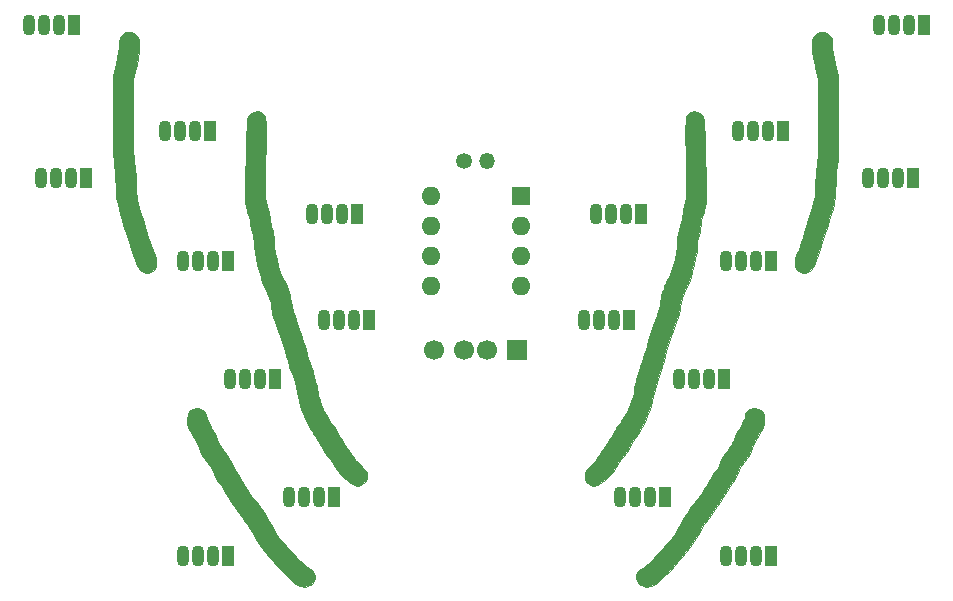
<source format=gbs>
G04 #@! TF.FileFunction,Soldermask,Bot*
%FSLAX46Y46*%
G04 Gerber Fmt 4.6, Leading zero omitted, Abs format (unit mm)*
G04 Created by KiCad (PCBNEW 4.0.7) date Thursday, October 10, 2019 'PMt' 09:44:52 PM*
%MOMM*%
%LPD*%
G01*
G04 APERTURE LIST*
%ADD10C,0.100000*%
%ADD11C,0.010000*%
%ADD12R,1.700000X1.700000*%
%ADD13C,1.700000*%
%ADD14R,1.070000X1.800000*%
%ADD15O,1.070000X1.800000*%
%ADD16C,1.350000*%
%ADD17O,1.350000X1.350000*%
%ADD18R,1.600000X1.600000*%
%ADD19O,1.600000X1.600000*%
G04 APERTURE END LIST*
D10*
D11*
G36*
X123309714Y-115268952D02*
X123056470Y-115448835D01*
X122902571Y-115697683D01*
X122875673Y-115864103D01*
X122835828Y-115994488D01*
X122727997Y-116234144D01*
X122569736Y-116546206D01*
X122420657Y-116819582D01*
X122220162Y-117189903D01*
X122041919Y-117543588D01*
X121909560Y-117832438D01*
X121857586Y-117967973D01*
X121738066Y-118225562D01*
X121548586Y-118519444D01*
X121414783Y-118687640D01*
X121091225Y-119116767D01*
X120814442Y-119596780D01*
X120631548Y-120042307D01*
X120534313Y-120241307D01*
X120372752Y-120473783D01*
X120323619Y-120532805D01*
X120155536Y-120759337D01*
X119963831Y-121067059D01*
X119817059Y-121337138D01*
X119641501Y-121659605D01*
X119427796Y-122011230D01*
X119200632Y-122355860D01*
X118984695Y-122657337D01*
X118804673Y-122879508D01*
X118694308Y-122981455D01*
X118600610Y-123081731D01*
X118441750Y-123298016D01*
X118237380Y-123599756D01*
X118007151Y-123956395D01*
X117770714Y-124337379D01*
X117547720Y-124712155D01*
X117357821Y-125050169D01*
X117328565Y-125104948D01*
X117124894Y-125471276D01*
X116913907Y-125804224D01*
X116670640Y-126136582D01*
X116370127Y-126501142D01*
X115987402Y-126930697D01*
X115709565Y-127231504D01*
X115427123Y-127537125D01*
X115144779Y-127846796D01*
X114914432Y-128103504D01*
X114873617Y-128149800D01*
X114620189Y-128390726D01*
X114331267Y-128598014D01*
X114194133Y-128671002D01*
X113877280Y-128858577D01*
X113703569Y-129094226D01*
X113647222Y-129414197D01*
X113647006Y-129440307D01*
X113705037Y-129791083D01*
X113890991Y-130043569D01*
X114068645Y-130159097D01*
X114479506Y-130280438D01*
X114914066Y-130240789D01*
X115344930Y-130045432D01*
X115521513Y-129904999D01*
X115784797Y-129661083D01*
X116111006Y-129338531D01*
X116476366Y-128962190D01*
X116857102Y-128556909D01*
X117229438Y-128147534D01*
X117569598Y-127758913D01*
X117816691Y-127462207D01*
X118191505Y-126963102D01*
X118557393Y-126415793D01*
X118848937Y-125921098D01*
X119140660Y-125401968D01*
X119418083Y-124962513D01*
X119730482Y-124525467D01*
X119785340Y-124452792D01*
X120179272Y-123926519D01*
X120491361Y-123490370D01*
X120748498Y-123104665D01*
X120977578Y-122729721D01*
X121110377Y-122497640D01*
X121322008Y-122145473D01*
X121553748Y-121799068D01*
X121760197Y-121525762D01*
X121786207Y-121495199D01*
X122037148Y-121133295D01*
X122220379Y-120730531D01*
X122237442Y-120675892D01*
X122458542Y-120185955D01*
X122791862Y-119731000D01*
X123042160Y-119399497D01*
X123260459Y-119040318D01*
X123384441Y-118772307D01*
X123495018Y-118485498D01*
X123599236Y-118242801D01*
X123652111Y-118137307D01*
X123976072Y-117561250D01*
X124211419Y-117099469D01*
X124368002Y-116728478D01*
X124455673Y-116424790D01*
X124484283Y-116164918D01*
X124484340Y-116153085D01*
X124434036Y-115729209D01*
X124278115Y-115430388D01*
X124009065Y-115243659D01*
X123943237Y-115219353D01*
X123619552Y-115183852D01*
X123309714Y-115268952D01*
X123309714Y-115268952D01*
G37*
X123309714Y-115268952D02*
X123056470Y-115448835D01*
X122902571Y-115697683D01*
X122875673Y-115864103D01*
X122835828Y-115994488D01*
X122727997Y-116234144D01*
X122569736Y-116546206D01*
X122420657Y-116819582D01*
X122220162Y-117189903D01*
X122041919Y-117543588D01*
X121909560Y-117832438D01*
X121857586Y-117967973D01*
X121738066Y-118225562D01*
X121548586Y-118519444D01*
X121414783Y-118687640D01*
X121091225Y-119116767D01*
X120814442Y-119596780D01*
X120631548Y-120042307D01*
X120534313Y-120241307D01*
X120372752Y-120473783D01*
X120323619Y-120532805D01*
X120155536Y-120759337D01*
X119963831Y-121067059D01*
X119817059Y-121337138D01*
X119641501Y-121659605D01*
X119427796Y-122011230D01*
X119200632Y-122355860D01*
X118984695Y-122657337D01*
X118804673Y-122879508D01*
X118694308Y-122981455D01*
X118600610Y-123081731D01*
X118441750Y-123298016D01*
X118237380Y-123599756D01*
X118007151Y-123956395D01*
X117770714Y-124337379D01*
X117547720Y-124712155D01*
X117357821Y-125050169D01*
X117328565Y-125104948D01*
X117124894Y-125471276D01*
X116913907Y-125804224D01*
X116670640Y-126136582D01*
X116370127Y-126501142D01*
X115987402Y-126930697D01*
X115709565Y-127231504D01*
X115427123Y-127537125D01*
X115144779Y-127846796D01*
X114914432Y-128103504D01*
X114873617Y-128149800D01*
X114620189Y-128390726D01*
X114331267Y-128598014D01*
X114194133Y-128671002D01*
X113877280Y-128858577D01*
X113703569Y-129094226D01*
X113647222Y-129414197D01*
X113647006Y-129440307D01*
X113705037Y-129791083D01*
X113890991Y-130043569D01*
X114068645Y-130159097D01*
X114479506Y-130280438D01*
X114914066Y-130240789D01*
X115344930Y-130045432D01*
X115521513Y-129904999D01*
X115784797Y-129661083D01*
X116111006Y-129338531D01*
X116476366Y-128962190D01*
X116857102Y-128556909D01*
X117229438Y-128147534D01*
X117569598Y-127758913D01*
X117816691Y-127462207D01*
X118191505Y-126963102D01*
X118557393Y-126415793D01*
X118848937Y-125921098D01*
X119140660Y-125401968D01*
X119418083Y-124962513D01*
X119730482Y-124525467D01*
X119785340Y-124452792D01*
X120179272Y-123926519D01*
X120491361Y-123490370D01*
X120748498Y-123104665D01*
X120977578Y-122729721D01*
X121110377Y-122497640D01*
X121322008Y-122145473D01*
X121553748Y-121799068D01*
X121760197Y-121525762D01*
X121786207Y-121495199D01*
X122037148Y-121133295D01*
X122220379Y-120730531D01*
X122237442Y-120675892D01*
X122458542Y-120185955D01*
X122791862Y-119731000D01*
X123042160Y-119399497D01*
X123260459Y-119040318D01*
X123384441Y-118772307D01*
X123495018Y-118485498D01*
X123599236Y-118242801D01*
X123652111Y-118137307D01*
X123976072Y-117561250D01*
X124211419Y-117099469D01*
X124368002Y-116728478D01*
X124455673Y-116424790D01*
X124484283Y-116164918D01*
X124484340Y-116153085D01*
X124434036Y-115729209D01*
X124278115Y-115430388D01*
X124009065Y-115243659D01*
X123943237Y-115219353D01*
X123619552Y-115183852D01*
X123309714Y-115268952D01*
G36*
X118345681Y-90070414D02*
X118211515Y-90115789D01*
X118100780Y-90165464D01*
X118011526Y-90234843D01*
X117941799Y-90339333D01*
X117889648Y-90494339D01*
X117853119Y-90715266D01*
X117830261Y-91017519D01*
X117819121Y-91416504D01*
X117817746Y-91927625D01*
X117824185Y-92566290D01*
X117836485Y-93347902D01*
X117847731Y-93999566D01*
X117862057Y-94863550D01*
X117872073Y-95575038D01*
X117877435Y-96150820D01*
X117877798Y-96607690D01*
X117872818Y-96962436D01*
X117862150Y-97231851D01*
X117845448Y-97432726D01*
X117822370Y-97581851D01*
X117792570Y-97696018D01*
X117770615Y-97756488D01*
X117678678Y-98051130D01*
X117603833Y-98402150D01*
X117582690Y-98549800D01*
X117489153Y-99187505D01*
X117365263Y-99759016D01*
X117238611Y-100168520D01*
X117175760Y-100422796D01*
X117132234Y-100766055D01*
X117118340Y-101077077D01*
X117089537Y-101497714D01*
X117010674Y-102008378D01*
X116893073Y-102564891D01*
X116748054Y-103123075D01*
X116586938Y-103638755D01*
X116421046Y-104067751D01*
X116284227Y-104332049D01*
X116138991Y-104581979D01*
X116042177Y-104790290D01*
X116017673Y-104884710D01*
X115971398Y-105058208D01*
X115901703Y-105185634D01*
X115830875Y-105359264D01*
X115769053Y-105633260D01*
X115738823Y-105860640D01*
X115698566Y-106171308D01*
X115628849Y-106513139D01*
X115522010Y-106913173D01*
X115370388Y-107398452D01*
X115166319Y-107996016D01*
X115007139Y-108442973D01*
X114840720Y-108925160D01*
X114671375Y-109449640D01*
X114522717Y-109941709D01*
X114445155Y-110220973D01*
X114333510Y-110615119D01*
X114213577Y-110989140D01*
X114104799Y-111284058D01*
X114064571Y-111375449D01*
X113950138Y-111672205D01*
X113851903Y-112027842D01*
X113818957Y-112194559D01*
X113750695Y-112511579D01*
X113661052Y-112801092D01*
X113610152Y-112919712D01*
X113522986Y-113174843D01*
X113476211Y-113479146D01*
X113473957Y-113539935D01*
X113438115Y-113869868D01*
X113355117Y-114201872D01*
X113340358Y-114242640D01*
X113234218Y-114531521D01*
X113114961Y-114873160D01*
X113065374Y-115020822D01*
X112958053Y-115299792D01*
X112843276Y-115529621D01*
X112785505Y-115613488D01*
X112663258Y-115784947D01*
X112520939Y-116028031D01*
X112477726Y-116110971D01*
X112342659Y-116347024D01*
X112211027Y-116526848D01*
X112173285Y-116564380D01*
X112043676Y-116713734D01*
X111908869Y-116926912D01*
X111902063Y-116939716D01*
X111762721Y-117204783D01*
X111614652Y-117485988D01*
X111606050Y-117502307D01*
X111471310Y-117730548D01*
X111279736Y-118022942D01*
X111110101Y-118264307D01*
X110902122Y-118562187D01*
X110709065Y-118860018D01*
X110596615Y-119050784D01*
X110452637Y-119259800D01*
X110224232Y-119530596D01*
X109954275Y-119813291D01*
X109877723Y-119887175D01*
X109562615Y-120207652D01*
X109370321Y-120461941D01*
X109281534Y-120675912D01*
X109278779Y-120689608D01*
X109280890Y-121069471D01*
X109420731Y-121390020D01*
X109673831Y-121620606D01*
X110015723Y-121730582D01*
X110113887Y-121735640D01*
X110297868Y-121706987D01*
X110506728Y-121607748D01*
X110776486Y-121417996D01*
X110972613Y-121260621D01*
X111270673Y-120991511D01*
X111543761Y-120704601D01*
X111742152Y-120453072D01*
X111772253Y-120405366D01*
X111920218Y-120171969D01*
X112136073Y-119853702D01*
X112385407Y-119500633D01*
X112536787Y-119292884D01*
X112780084Y-118949751D01*
X112999075Y-118616347D01*
X113163639Y-118339764D01*
X113226210Y-118214963D01*
X113376251Y-117932578D01*
X113558232Y-117673819D01*
X113595596Y-117631100D01*
X113738526Y-117458589D01*
X113813201Y-117332763D01*
X113816340Y-117316543D01*
X113859680Y-117211628D01*
X113973270Y-117010194D01*
X114131520Y-116757406D01*
X114367568Y-116333770D01*
X114602297Y-115804814D01*
X114811403Y-115232982D01*
X114970582Y-114680720D01*
X115011401Y-114496640D01*
X115145325Y-113883259D01*
X115301411Y-113260052D01*
X115466333Y-112675209D01*
X115626761Y-112176920D01*
X115725582Y-111914307D01*
X115838910Y-111603279D01*
X115964431Y-111204218D01*
X116078083Y-110794494D01*
X116095911Y-110723600D01*
X116203710Y-110325251D01*
X116348573Y-109842136D01*
X116507885Y-109347956D01*
X116602486Y-109072600D01*
X116841874Y-108391722D01*
X117028157Y-107849737D01*
X117167317Y-107426844D01*
X117265333Y-107103246D01*
X117328186Y-106859143D01*
X117361854Y-106674735D01*
X117372318Y-106530224D01*
X117372340Y-106523675D01*
X117412636Y-106241849D01*
X117521773Y-105864185D01*
X117682121Y-105440439D01*
X117876051Y-105020364D01*
X117962201Y-104858914D01*
X118103521Y-104545129D01*
X118255387Y-104106099D01*
X118407335Y-103584602D01*
X118548899Y-103023419D01*
X118669615Y-102465329D01*
X118759018Y-101953112D01*
X118806644Y-101529546D01*
X118811673Y-101386304D01*
X118832617Y-101021612D01*
X118887465Y-100685849D01*
X118941846Y-100505988D01*
X119022639Y-100243191D01*
X119090124Y-99903433D01*
X119117676Y-99683207D01*
X119168417Y-99340820D01*
X119258362Y-98926813D01*
X119368429Y-98528551D01*
X119373011Y-98514088D01*
X119431895Y-98326017D01*
X119478231Y-98158269D01*
X119513131Y-97988734D01*
X119537707Y-97795301D01*
X119553071Y-97555862D01*
X119560334Y-97248305D01*
X119560609Y-96850521D01*
X119555007Y-96340399D01*
X119544641Y-95695830D01*
X119536932Y-95254421D01*
X119517040Y-94198353D01*
X119497030Y-93299850D01*
X119476317Y-92547146D01*
X119454317Y-91928473D01*
X119430445Y-91432065D01*
X119404117Y-91046154D01*
X119374748Y-90758974D01*
X119341756Y-90558757D01*
X119304554Y-90433736D01*
X119296725Y-90417047D01*
X119093605Y-90189823D01*
X118797229Y-90057446D01*
X118467045Y-90041584D01*
X118345681Y-90070414D01*
X118345681Y-90070414D01*
G37*
X118345681Y-90070414D02*
X118211515Y-90115789D01*
X118100780Y-90165464D01*
X118011526Y-90234843D01*
X117941799Y-90339333D01*
X117889648Y-90494339D01*
X117853119Y-90715266D01*
X117830261Y-91017519D01*
X117819121Y-91416504D01*
X117817746Y-91927625D01*
X117824185Y-92566290D01*
X117836485Y-93347902D01*
X117847731Y-93999566D01*
X117862057Y-94863550D01*
X117872073Y-95575038D01*
X117877435Y-96150820D01*
X117877798Y-96607690D01*
X117872818Y-96962436D01*
X117862150Y-97231851D01*
X117845448Y-97432726D01*
X117822370Y-97581851D01*
X117792570Y-97696018D01*
X117770615Y-97756488D01*
X117678678Y-98051130D01*
X117603833Y-98402150D01*
X117582690Y-98549800D01*
X117489153Y-99187505D01*
X117365263Y-99759016D01*
X117238611Y-100168520D01*
X117175760Y-100422796D01*
X117132234Y-100766055D01*
X117118340Y-101077077D01*
X117089537Y-101497714D01*
X117010674Y-102008378D01*
X116893073Y-102564891D01*
X116748054Y-103123075D01*
X116586938Y-103638755D01*
X116421046Y-104067751D01*
X116284227Y-104332049D01*
X116138991Y-104581979D01*
X116042177Y-104790290D01*
X116017673Y-104884710D01*
X115971398Y-105058208D01*
X115901703Y-105185634D01*
X115830875Y-105359264D01*
X115769053Y-105633260D01*
X115738823Y-105860640D01*
X115698566Y-106171308D01*
X115628849Y-106513139D01*
X115522010Y-106913173D01*
X115370388Y-107398452D01*
X115166319Y-107996016D01*
X115007139Y-108442973D01*
X114840720Y-108925160D01*
X114671375Y-109449640D01*
X114522717Y-109941709D01*
X114445155Y-110220973D01*
X114333510Y-110615119D01*
X114213577Y-110989140D01*
X114104799Y-111284058D01*
X114064571Y-111375449D01*
X113950138Y-111672205D01*
X113851903Y-112027842D01*
X113818957Y-112194559D01*
X113750695Y-112511579D01*
X113661052Y-112801092D01*
X113610152Y-112919712D01*
X113522986Y-113174843D01*
X113476211Y-113479146D01*
X113473957Y-113539935D01*
X113438115Y-113869868D01*
X113355117Y-114201872D01*
X113340358Y-114242640D01*
X113234218Y-114531521D01*
X113114961Y-114873160D01*
X113065374Y-115020822D01*
X112958053Y-115299792D01*
X112843276Y-115529621D01*
X112785505Y-115613488D01*
X112663258Y-115784947D01*
X112520939Y-116028031D01*
X112477726Y-116110971D01*
X112342659Y-116347024D01*
X112211027Y-116526848D01*
X112173285Y-116564380D01*
X112043676Y-116713734D01*
X111908869Y-116926912D01*
X111902063Y-116939716D01*
X111762721Y-117204783D01*
X111614652Y-117485988D01*
X111606050Y-117502307D01*
X111471310Y-117730548D01*
X111279736Y-118022942D01*
X111110101Y-118264307D01*
X110902122Y-118562187D01*
X110709065Y-118860018D01*
X110596615Y-119050784D01*
X110452637Y-119259800D01*
X110224232Y-119530596D01*
X109954275Y-119813291D01*
X109877723Y-119887175D01*
X109562615Y-120207652D01*
X109370321Y-120461941D01*
X109281534Y-120675912D01*
X109278779Y-120689608D01*
X109280890Y-121069471D01*
X109420731Y-121390020D01*
X109673831Y-121620606D01*
X110015723Y-121730582D01*
X110113887Y-121735640D01*
X110297868Y-121706987D01*
X110506728Y-121607748D01*
X110776486Y-121417996D01*
X110972613Y-121260621D01*
X111270673Y-120991511D01*
X111543761Y-120704601D01*
X111742152Y-120453072D01*
X111772253Y-120405366D01*
X111920218Y-120171969D01*
X112136073Y-119853702D01*
X112385407Y-119500633D01*
X112536787Y-119292884D01*
X112780084Y-118949751D01*
X112999075Y-118616347D01*
X113163639Y-118339764D01*
X113226210Y-118214963D01*
X113376251Y-117932578D01*
X113558232Y-117673819D01*
X113595596Y-117631100D01*
X113738526Y-117458589D01*
X113813201Y-117332763D01*
X113816340Y-117316543D01*
X113859680Y-117211628D01*
X113973270Y-117010194D01*
X114131520Y-116757406D01*
X114367568Y-116333770D01*
X114602297Y-115804814D01*
X114811403Y-115232982D01*
X114970582Y-114680720D01*
X115011401Y-114496640D01*
X115145325Y-113883259D01*
X115301411Y-113260052D01*
X115466333Y-112675209D01*
X115626761Y-112176920D01*
X115725582Y-111914307D01*
X115838910Y-111603279D01*
X115964431Y-111204218D01*
X116078083Y-110794494D01*
X116095911Y-110723600D01*
X116203710Y-110325251D01*
X116348573Y-109842136D01*
X116507885Y-109347956D01*
X116602486Y-109072600D01*
X116841874Y-108391722D01*
X117028157Y-107849737D01*
X117167317Y-107426844D01*
X117265333Y-107103246D01*
X117328186Y-106859143D01*
X117361854Y-106674735D01*
X117372318Y-106530224D01*
X117372340Y-106523675D01*
X117412636Y-106241849D01*
X117521773Y-105864185D01*
X117682121Y-105440439D01*
X117876051Y-105020364D01*
X117962201Y-104858914D01*
X118103521Y-104545129D01*
X118255387Y-104106099D01*
X118407335Y-103584602D01*
X118548899Y-103023419D01*
X118669615Y-102465329D01*
X118759018Y-101953112D01*
X118806644Y-101529546D01*
X118811673Y-101386304D01*
X118832617Y-101021612D01*
X118887465Y-100685849D01*
X118941846Y-100505988D01*
X119022639Y-100243191D01*
X119090124Y-99903433D01*
X119117676Y-99683207D01*
X119168417Y-99340820D01*
X119258362Y-98926813D01*
X119368429Y-98528551D01*
X119373011Y-98514088D01*
X119431895Y-98326017D01*
X119478231Y-98158269D01*
X119513131Y-97988734D01*
X119537707Y-97795301D01*
X119553071Y-97555862D01*
X119560334Y-97248305D01*
X119560609Y-96850521D01*
X119555007Y-96340399D01*
X119544641Y-95695830D01*
X119536932Y-95254421D01*
X119517040Y-94198353D01*
X119497030Y-93299850D01*
X119476317Y-92547146D01*
X119454317Y-91928473D01*
X119430445Y-91432065D01*
X119404117Y-91046154D01*
X119374748Y-90758974D01*
X119341756Y-90558757D01*
X119304554Y-90433736D01*
X119296725Y-90417047D01*
X119093605Y-90189823D01*
X118797229Y-90057446D01*
X118467045Y-90041584D01*
X118345681Y-90070414D01*
G36*
X128986807Y-83409716D02*
X128726040Y-83643795D01*
X128642916Y-83778240D01*
X128568032Y-84050991D01*
X128544112Y-84453364D01*
X128569207Y-84954131D01*
X128641363Y-85522061D01*
X128758632Y-86125924D01*
X128800634Y-86302640D01*
X129052461Y-87318640D01*
X129052930Y-90705307D01*
X129051742Y-91618403D01*
X129047549Y-92378920D01*
X129039827Y-93003596D01*
X129028049Y-93509165D01*
X129011690Y-93912364D01*
X128990223Y-94229930D01*
X128963122Y-94478599D01*
X128929861Y-94675108D01*
X128927870Y-94684608D01*
X128873366Y-95037408D01*
X128831303Y-95495663D01*
X128806674Y-95995658D01*
X128802340Y-96287268D01*
X128800195Y-96652052D01*
X128789340Y-96954872D01*
X128763144Y-97228940D01*
X128714973Y-97507466D01*
X128638197Y-97823664D01*
X128526184Y-98210744D01*
X128372302Y-98701918D01*
X128234773Y-99129640D01*
X128125393Y-99479285D01*
X128028935Y-99806639D01*
X127964817Y-100045599D01*
X127961189Y-100060973D01*
X127879859Y-100365669D01*
X127765968Y-100733702D01*
X127636221Y-101117099D01*
X127507324Y-101467885D01*
X127395982Y-101738086D01*
X127336348Y-101855346D01*
X127185647Y-102188490D01*
X127093858Y-102574486D01*
X127073476Y-102941755D01*
X127109751Y-103153562D01*
X127286736Y-103457096D01*
X127553560Y-103643814D01*
X127869359Y-103704557D01*
X128193267Y-103630166D01*
X128445395Y-103452893D01*
X128636174Y-103207549D01*
X128798246Y-102910118D01*
X128826732Y-102839059D01*
X129128434Y-101988299D01*
X129417864Y-101134504D01*
X129674816Y-100338156D01*
X129811383Y-99891640D01*
X130009146Y-99226210D01*
X130164495Y-98695432D01*
X130282902Y-98271538D01*
X130369837Y-97926758D01*
X130430769Y-97633323D01*
X130471168Y-97363463D01*
X130496506Y-97089408D01*
X130512250Y-96783390D01*
X130523872Y-96417638D01*
X130528520Y-96250973D01*
X130547295Y-95771380D01*
X130574437Y-95329326D01*
X130606891Y-94962914D01*
X130641601Y-94710246D01*
X130657436Y-94642865D01*
X130683580Y-94468081D01*
X130705470Y-94126692D01*
X130723044Y-93621374D01*
X130736239Y-92954804D01*
X130744993Y-92129658D01*
X130749245Y-91148612D01*
X130749673Y-90676939D01*
X130749673Y-87006787D01*
X130495673Y-85992671D01*
X130391814Y-85534417D01*
X130308898Y-85084817D01*
X130256089Y-84698766D01*
X130241673Y-84470864D01*
X130226158Y-84162760D01*
X130186127Y-83900078D01*
X130147097Y-83778240D01*
X129919205Y-83490383D01*
X129623271Y-83333010D01*
X129299178Y-83306121D01*
X128986807Y-83409716D01*
X128986807Y-83409716D01*
G37*
X128986807Y-83409716D02*
X128726040Y-83643795D01*
X128642916Y-83778240D01*
X128568032Y-84050991D01*
X128544112Y-84453364D01*
X128569207Y-84954131D01*
X128641363Y-85522061D01*
X128758632Y-86125924D01*
X128800634Y-86302640D01*
X129052461Y-87318640D01*
X129052930Y-90705307D01*
X129051742Y-91618403D01*
X129047549Y-92378920D01*
X129039827Y-93003596D01*
X129028049Y-93509165D01*
X129011690Y-93912364D01*
X128990223Y-94229930D01*
X128963122Y-94478599D01*
X128929861Y-94675108D01*
X128927870Y-94684608D01*
X128873366Y-95037408D01*
X128831303Y-95495663D01*
X128806674Y-95995658D01*
X128802340Y-96287268D01*
X128800195Y-96652052D01*
X128789340Y-96954872D01*
X128763144Y-97228940D01*
X128714973Y-97507466D01*
X128638197Y-97823664D01*
X128526184Y-98210744D01*
X128372302Y-98701918D01*
X128234773Y-99129640D01*
X128125393Y-99479285D01*
X128028935Y-99806639D01*
X127964817Y-100045599D01*
X127961189Y-100060973D01*
X127879859Y-100365669D01*
X127765968Y-100733702D01*
X127636221Y-101117099D01*
X127507324Y-101467885D01*
X127395982Y-101738086D01*
X127336348Y-101855346D01*
X127185647Y-102188490D01*
X127093858Y-102574486D01*
X127073476Y-102941755D01*
X127109751Y-103153562D01*
X127286736Y-103457096D01*
X127553560Y-103643814D01*
X127869359Y-103704557D01*
X128193267Y-103630166D01*
X128445395Y-103452893D01*
X128636174Y-103207549D01*
X128798246Y-102910118D01*
X128826732Y-102839059D01*
X129128434Y-101988299D01*
X129417864Y-101134504D01*
X129674816Y-100338156D01*
X129811383Y-99891640D01*
X130009146Y-99226210D01*
X130164495Y-98695432D01*
X130282902Y-98271538D01*
X130369837Y-97926758D01*
X130430769Y-97633323D01*
X130471168Y-97363463D01*
X130496506Y-97089408D01*
X130512250Y-96783390D01*
X130523872Y-96417638D01*
X130528520Y-96250973D01*
X130547295Y-95771380D01*
X130574437Y-95329326D01*
X130606891Y-94962914D01*
X130641601Y-94710246D01*
X130657436Y-94642865D01*
X130683580Y-94468081D01*
X130705470Y-94126692D01*
X130723044Y-93621374D01*
X130736239Y-92954804D01*
X130744993Y-92129658D01*
X130749245Y-91148612D01*
X130749673Y-90676939D01*
X130749673Y-87006787D01*
X130495673Y-85992671D01*
X130391814Y-85534417D01*
X130308898Y-85084817D01*
X130256089Y-84698766D01*
X130241673Y-84470864D01*
X130226158Y-84162760D01*
X130186127Y-83900078D01*
X130147097Y-83778240D01*
X129919205Y-83490383D01*
X129623271Y-83333010D01*
X129299178Y-83306121D01*
X128986807Y-83409716D01*
G36*
X76796298Y-115268952D02*
X77049542Y-115448835D01*
X77203441Y-115697683D01*
X77230339Y-115864103D01*
X77270184Y-115994488D01*
X77378015Y-116234144D01*
X77536276Y-116546206D01*
X77685355Y-116819582D01*
X77885850Y-117189903D01*
X78064093Y-117543588D01*
X78196452Y-117832438D01*
X78248426Y-117967973D01*
X78367946Y-118225562D01*
X78557426Y-118519444D01*
X78691229Y-118687640D01*
X79014787Y-119116767D01*
X79291570Y-119596780D01*
X79474464Y-120042307D01*
X79571699Y-120241307D01*
X79733260Y-120473783D01*
X79782393Y-120532805D01*
X79950476Y-120759337D01*
X80142181Y-121067059D01*
X80288953Y-121337138D01*
X80464511Y-121659605D01*
X80678216Y-122011230D01*
X80905380Y-122355860D01*
X81121317Y-122657337D01*
X81301339Y-122879508D01*
X81411704Y-122981455D01*
X81505402Y-123081731D01*
X81664262Y-123298016D01*
X81868632Y-123599756D01*
X82098861Y-123956395D01*
X82335298Y-124337379D01*
X82558292Y-124712155D01*
X82748191Y-125050169D01*
X82777447Y-125104948D01*
X82981118Y-125471276D01*
X83192105Y-125804224D01*
X83435372Y-126136582D01*
X83735885Y-126501142D01*
X84118610Y-126930697D01*
X84396447Y-127231504D01*
X84678889Y-127537125D01*
X84961233Y-127846796D01*
X85191580Y-128103504D01*
X85232395Y-128149800D01*
X85485823Y-128390726D01*
X85774745Y-128598014D01*
X85911879Y-128671002D01*
X86228732Y-128858577D01*
X86402443Y-129094226D01*
X86458790Y-129414197D01*
X86459006Y-129440307D01*
X86400975Y-129791083D01*
X86215021Y-130043569D01*
X86037367Y-130159097D01*
X85626506Y-130280438D01*
X85191946Y-130240789D01*
X84761082Y-130045432D01*
X84584499Y-129904999D01*
X84321215Y-129661083D01*
X83995006Y-129338531D01*
X83629646Y-128962190D01*
X83248910Y-128556909D01*
X82876574Y-128147534D01*
X82536414Y-127758913D01*
X82289321Y-127462207D01*
X81914507Y-126963102D01*
X81548619Y-126415793D01*
X81257075Y-125921098D01*
X80965352Y-125401968D01*
X80687929Y-124962513D01*
X80375530Y-124525467D01*
X80320672Y-124452792D01*
X79926740Y-123926519D01*
X79614651Y-123490370D01*
X79357514Y-123104665D01*
X79128434Y-122729721D01*
X78995635Y-122497640D01*
X78784004Y-122145473D01*
X78552264Y-121799068D01*
X78345815Y-121525762D01*
X78319805Y-121495199D01*
X78068864Y-121133295D01*
X77885633Y-120730531D01*
X77868570Y-120675892D01*
X77647470Y-120185955D01*
X77314150Y-119731000D01*
X77063852Y-119399497D01*
X76845553Y-119040318D01*
X76721571Y-118772307D01*
X76610994Y-118485498D01*
X76506776Y-118242801D01*
X76453901Y-118137307D01*
X76129940Y-117561250D01*
X75894593Y-117099469D01*
X75738010Y-116728478D01*
X75650339Y-116424790D01*
X75621729Y-116164918D01*
X75621672Y-116153085D01*
X75671976Y-115729209D01*
X75827897Y-115430388D01*
X76096947Y-115243659D01*
X76162775Y-115219353D01*
X76486460Y-115183852D01*
X76796298Y-115268952D01*
X76796298Y-115268952D01*
G37*
X76796298Y-115268952D02*
X77049542Y-115448835D01*
X77203441Y-115697683D01*
X77230339Y-115864103D01*
X77270184Y-115994488D01*
X77378015Y-116234144D01*
X77536276Y-116546206D01*
X77685355Y-116819582D01*
X77885850Y-117189903D01*
X78064093Y-117543588D01*
X78196452Y-117832438D01*
X78248426Y-117967973D01*
X78367946Y-118225562D01*
X78557426Y-118519444D01*
X78691229Y-118687640D01*
X79014787Y-119116767D01*
X79291570Y-119596780D01*
X79474464Y-120042307D01*
X79571699Y-120241307D01*
X79733260Y-120473783D01*
X79782393Y-120532805D01*
X79950476Y-120759337D01*
X80142181Y-121067059D01*
X80288953Y-121337138D01*
X80464511Y-121659605D01*
X80678216Y-122011230D01*
X80905380Y-122355860D01*
X81121317Y-122657337D01*
X81301339Y-122879508D01*
X81411704Y-122981455D01*
X81505402Y-123081731D01*
X81664262Y-123298016D01*
X81868632Y-123599756D01*
X82098861Y-123956395D01*
X82335298Y-124337379D01*
X82558292Y-124712155D01*
X82748191Y-125050169D01*
X82777447Y-125104948D01*
X82981118Y-125471276D01*
X83192105Y-125804224D01*
X83435372Y-126136582D01*
X83735885Y-126501142D01*
X84118610Y-126930697D01*
X84396447Y-127231504D01*
X84678889Y-127537125D01*
X84961233Y-127846796D01*
X85191580Y-128103504D01*
X85232395Y-128149800D01*
X85485823Y-128390726D01*
X85774745Y-128598014D01*
X85911879Y-128671002D01*
X86228732Y-128858577D01*
X86402443Y-129094226D01*
X86458790Y-129414197D01*
X86459006Y-129440307D01*
X86400975Y-129791083D01*
X86215021Y-130043569D01*
X86037367Y-130159097D01*
X85626506Y-130280438D01*
X85191946Y-130240789D01*
X84761082Y-130045432D01*
X84584499Y-129904999D01*
X84321215Y-129661083D01*
X83995006Y-129338531D01*
X83629646Y-128962190D01*
X83248910Y-128556909D01*
X82876574Y-128147534D01*
X82536414Y-127758913D01*
X82289321Y-127462207D01*
X81914507Y-126963102D01*
X81548619Y-126415793D01*
X81257075Y-125921098D01*
X80965352Y-125401968D01*
X80687929Y-124962513D01*
X80375530Y-124525467D01*
X80320672Y-124452792D01*
X79926740Y-123926519D01*
X79614651Y-123490370D01*
X79357514Y-123104665D01*
X79128434Y-122729721D01*
X78995635Y-122497640D01*
X78784004Y-122145473D01*
X78552264Y-121799068D01*
X78345815Y-121525762D01*
X78319805Y-121495199D01*
X78068864Y-121133295D01*
X77885633Y-120730531D01*
X77868570Y-120675892D01*
X77647470Y-120185955D01*
X77314150Y-119731000D01*
X77063852Y-119399497D01*
X76845553Y-119040318D01*
X76721571Y-118772307D01*
X76610994Y-118485498D01*
X76506776Y-118242801D01*
X76453901Y-118137307D01*
X76129940Y-117561250D01*
X75894593Y-117099469D01*
X75738010Y-116728478D01*
X75650339Y-116424790D01*
X75621729Y-116164918D01*
X75621672Y-116153085D01*
X75671976Y-115729209D01*
X75827897Y-115430388D01*
X76096947Y-115243659D01*
X76162775Y-115219353D01*
X76486460Y-115183852D01*
X76796298Y-115268952D01*
G36*
X81760331Y-90070414D02*
X81894497Y-90115789D01*
X82005232Y-90165464D01*
X82094486Y-90234843D01*
X82164213Y-90339333D01*
X82216364Y-90494339D01*
X82252893Y-90715266D01*
X82275751Y-91017519D01*
X82286891Y-91416504D01*
X82288266Y-91927625D01*
X82281827Y-92566290D01*
X82269527Y-93347902D01*
X82258281Y-93999566D01*
X82243955Y-94863550D01*
X82233939Y-95575038D01*
X82228577Y-96150820D01*
X82228214Y-96607690D01*
X82233194Y-96962436D01*
X82243862Y-97231851D01*
X82260564Y-97432726D01*
X82283642Y-97581851D01*
X82313442Y-97696018D01*
X82335397Y-97756488D01*
X82427334Y-98051130D01*
X82502179Y-98402150D01*
X82523322Y-98549800D01*
X82616859Y-99187505D01*
X82740749Y-99759016D01*
X82867401Y-100168520D01*
X82930252Y-100422796D01*
X82973778Y-100766055D01*
X82987672Y-101077077D01*
X83016475Y-101497714D01*
X83095338Y-102008378D01*
X83212939Y-102564891D01*
X83357958Y-103123075D01*
X83519074Y-103638755D01*
X83684966Y-104067751D01*
X83821785Y-104332049D01*
X83967021Y-104581979D01*
X84063835Y-104790290D01*
X84088339Y-104884710D01*
X84134614Y-105058208D01*
X84204309Y-105185634D01*
X84275137Y-105359264D01*
X84336959Y-105633260D01*
X84367189Y-105860640D01*
X84407446Y-106171308D01*
X84477163Y-106513139D01*
X84584002Y-106913173D01*
X84735624Y-107398452D01*
X84939693Y-107996016D01*
X85098873Y-108442973D01*
X85265292Y-108925160D01*
X85434637Y-109449640D01*
X85583295Y-109941709D01*
X85660857Y-110220973D01*
X85772502Y-110615119D01*
X85892435Y-110989140D01*
X86001213Y-111284058D01*
X86041441Y-111375449D01*
X86155874Y-111672205D01*
X86254109Y-112027842D01*
X86287055Y-112194559D01*
X86355317Y-112511579D01*
X86444960Y-112801092D01*
X86495860Y-112919712D01*
X86583026Y-113174843D01*
X86629801Y-113479146D01*
X86632055Y-113539935D01*
X86667897Y-113869868D01*
X86750895Y-114201872D01*
X86765654Y-114242640D01*
X86871794Y-114531521D01*
X86991051Y-114873160D01*
X87040638Y-115020822D01*
X87147959Y-115299792D01*
X87262736Y-115529621D01*
X87320507Y-115613488D01*
X87442754Y-115784947D01*
X87585073Y-116028031D01*
X87628286Y-116110971D01*
X87763353Y-116347024D01*
X87894985Y-116526848D01*
X87932727Y-116564380D01*
X88062336Y-116713734D01*
X88197143Y-116926912D01*
X88203949Y-116939716D01*
X88343291Y-117204783D01*
X88491360Y-117485988D01*
X88499962Y-117502307D01*
X88634702Y-117730548D01*
X88826276Y-118022942D01*
X88995911Y-118264307D01*
X89203890Y-118562187D01*
X89396947Y-118860018D01*
X89509397Y-119050784D01*
X89653375Y-119259800D01*
X89881780Y-119530596D01*
X90151737Y-119813291D01*
X90228289Y-119887175D01*
X90543397Y-120207652D01*
X90735691Y-120461941D01*
X90824478Y-120675912D01*
X90827233Y-120689608D01*
X90825122Y-121069471D01*
X90685281Y-121390020D01*
X90432181Y-121620606D01*
X90090289Y-121730582D01*
X89992125Y-121735640D01*
X89808144Y-121706987D01*
X89599284Y-121607748D01*
X89329526Y-121417996D01*
X89133399Y-121260621D01*
X88835339Y-120991511D01*
X88562251Y-120704601D01*
X88363860Y-120453072D01*
X88333759Y-120405366D01*
X88185794Y-120171969D01*
X87969939Y-119853702D01*
X87720605Y-119500633D01*
X87569225Y-119292884D01*
X87325928Y-118949751D01*
X87106937Y-118616347D01*
X86942373Y-118339764D01*
X86879802Y-118214963D01*
X86729761Y-117932578D01*
X86547780Y-117673819D01*
X86510416Y-117631100D01*
X86367486Y-117458589D01*
X86292811Y-117332763D01*
X86289672Y-117316543D01*
X86246332Y-117211628D01*
X86132742Y-117010194D01*
X85974492Y-116757406D01*
X85738444Y-116333770D01*
X85503715Y-115804814D01*
X85294609Y-115232982D01*
X85135430Y-114680720D01*
X85094611Y-114496640D01*
X84960687Y-113883259D01*
X84804601Y-113260052D01*
X84639679Y-112675209D01*
X84479251Y-112176920D01*
X84380430Y-111914307D01*
X84267102Y-111603279D01*
X84141581Y-111204218D01*
X84027929Y-110794494D01*
X84010101Y-110723600D01*
X83902302Y-110325251D01*
X83757439Y-109842136D01*
X83598127Y-109347956D01*
X83503526Y-109072600D01*
X83264138Y-108391722D01*
X83077855Y-107849737D01*
X82938695Y-107426844D01*
X82840679Y-107103246D01*
X82777826Y-106859143D01*
X82744158Y-106674735D01*
X82733694Y-106530224D01*
X82733672Y-106523675D01*
X82693376Y-106241849D01*
X82584239Y-105864185D01*
X82423891Y-105440439D01*
X82229961Y-105020364D01*
X82143811Y-104858914D01*
X82002491Y-104545129D01*
X81850625Y-104106099D01*
X81698677Y-103584602D01*
X81557113Y-103023419D01*
X81436397Y-102465329D01*
X81346994Y-101953112D01*
X81299368Y-101529546D01*
X81294339Y-101386304D01*
X81273395Y-101021612D01*
X81218547Y-100685849D01*
X81164166Y-100505988D01*
X81083373Y-100243191D01*
X81015888Y-99903433D01*
X80988336Y-99683207D01*
X80937595Y-99340820D01*
X80847650Y-98926813D01*
X80737583Y-98528551D01*
X80733001Y-98514088D01*
X80674117Y-98326017D01*
X80627781Y-98158269D01*
X80592881Y-97988734D01*
X80568305Y-97795301D01*
X80552941Y-97555862D01*
X80545678Y-97248305D01*
X80545403Y-96850521D01*
X80551005Y-96340399D01*
X80561371Y-95695830D01*
X80569080Y-95254421D01*
X80588972Y-94198353D01*
X80608982Y-93299850D01*
X80629695Y-92547146D01*
X80651695Y-91928473D01*
X80675567Y-91432065D01*
X80701895Y-91046154D01*
X80731264Y-90758974D01*
X80764256Y-90558757D01*
X80801458Y-90433736D01*
X80809287Y-90417047D01*
X81012407Y-90189823D01*
X81308783Y-90057446D01*
X81638967Y-90041584D01*
X81760331Y-90070414D01*
X81760331Y-90070414D01*
G37*
X81760331Y-90070414D02*
X81894497Y-90115789D01*
X82005232Y-90165464D01*
X82094486Y-90234843D01*
X82164213Y-90339333D01*
X82216364Y-90494339D01*
X82252893Y-90715266D01*
X82275751Y-91017519D01*
X82286891Y-91416504D01*
X82288266Y-91927625D01*
X82281827Y-92566290D01*
X82269527Y-93347902D01*
X82258281Y-93999566D01*
X82243955Y-94863550D01*
X82233939Y-95575038D01*
X82228577Y-96150820D01*
X82228214Y-96607690D01*
X82233194Y-96962436D01*
X82243862Y-97231851D01*
X82260564Y-97432726D01*
X82283642Y-97581851D01*
X82313442Y-97696018D01*
X82335397Y-97756488D01*
X82427334Y-98051130D01*
X82502179Y-98402150D01*
X82523322Y-98549800D01*
X82616859Y-99187505D01*
X82740749Y-99759016D01*
X82867401Y-100168520D01*
X82930252Y-100422796D01*
X82973778Y-100766055D01*
X82987672Y-101077077D01*
X83016475Y-101497714D01*
X83095338Y-102008378D01*
X83212939Y-102564891D01*
X83357958Y-103123075D01*
X83519074Y-103638755D01*
X83684966Y-104067751D01*
X83821785Y-104332049D01*
X83967021Y-104581979D01*
X84063835Y-104790290D01*
X84088339Y-104884710D01*
X84134614Y-105058208D01*
X84204309Y-105185634D01*
X84275137Y-105359264D01*
X84336959Y-105633260D01*
X84367189Y-105860640D01*
X84407446Y-106171308D01*
X84477163Y-106513139D01*
X84584002Y-106913173D01*
X84735624Y-107398452D01*
X84939693Y-107996016D01*
X85098873Y-108442973D01*
X85265292Y-108925160D01*
X85434637Y-109449640D01*
X85583295Y-109941709D01*
X85660857Y-110220973D01*
X85772502Y-110615119D01*
X85892435Y-110989140D01*
X86001213Y-111284058D01*
X86041441Y-111375449D01*
X86155874Y-111672205D01*
X86254109Y-112027842D01*
X86287055Y-112194559D01*
X86355317Y-112511579D01*
X86444960Y-112801092D01*
X86495860Y-112919712D01*
X86583026Y-113174843D01*
X86629801Y-113479146D01*
X86632055Y-113539935D01*
X86667897Y-113869868D01*
X86750895Y-114201872D01*
X86765654Y-114242640D01*
X86871794Y-114531521D01*
X86991051Y-114873160D01*
X87040638Y-115020822D01*
X87147959Y-115299792D01*
X87262736Y-115529621D01*
X87320507Y-115613488D01*
X87442754Y-115784947D01*
X87585073Y-116028031D01*
X87628286Y-116110971D01*
X87763353Y-116347024D01*
X87894985Y-116526848D01*
X87932727Y-116564380D01*
X88062336Y-116713734D01*
X88197143Y-116926912D01*
X88203949Y-116939716D01*
X88343291Y-117204783D01*
X88491360Y-117485988D01*
X88499962Y-117502307D01*
X88634702Y-117730548D01*
X88826276Y-118022942D01*
X88995911Y-118264307D01*
X89203890Y-118562187D01*
X89396947Y-118860018D01*
X89509397Y-119050784D01*
X89653375Y-119259800D01*
X89881780Y-119530596D01*
X90151737Y-119813291D01*
X90228289Y-119887175D01*
X90543397Y-120207652D01*
X90735691Y-120461941D01*
X90824478Y-120675912D01*
X90827233Y-120689608D01*
X90825122Y-121069471D01*
X90685281Y-121390020D01*
X90432181Y-121620606D01*
X90090289Y-121730582D01*
X89992125Y-121735640D01*
X89808144Y-121706987D01*
X89599284Y-121607748D01*
X89329526Y-121417996D01*
X89133399Y-121260621D01*
X88835339Y-120991511D01*
X88562251Y-120704601D01*
X88363860Y-120453072D01*
X88333759Y-120405366D01*
X88185794Y-120171969D01*
X87969939Y-119853702D01*
X87720605Y-119500633D01*
X87569225Y-119292884D01*
X87325928Y-118949751D01*
X87106937Y-118616347D01*
X86942373Y-118339764D01*
X86879802Y-118214963D01*
X86729761Y-117932578D01*
X86547780Y-117673819D01*
X86510416Y-117631100D01*
X86367486Y-117458589D01*
X86292811Y-117332763D01*
X86289672Y-117316543D01*
X86246332Y-117211628D01*
X86132742Y-117010194D01*
X85974492Y-116757406D01*
X85738444Y-116333770D01*
X85503715Y-115804814D01*
X85294609Y-115232982D01*
X85135430Y-114680720D01*
X85094611Y-114496640D01*
X84960687Y-113883259D01*
X84804601Y-113260052D01*
X84639679Y-112675209D01*
X84479251Y-112176920D01*
X84380430Y-111914307D01*
X84267102Y-111603279D01*
X84141581Y-111204218D01*
X84027929Y-110794494D01*
X84010101Y-110723600D01*
X83902302Y-110325251D01*
X83757439Y-109842136D01*
X83598127Y-109347956D01*
X83503526Y-109072600D01*
X83264138Y-108391722D01*
X83077855Y-107849737D01*
X82938695Y-107426844D01*
X82840679Y-107103246D01*
X82777826Y-106859143D01*
X82744158Y-106674735D01*
X82733694Y-106530224D01*
X82733672Y-106523675D01*
X82693376Y-106241849D01*
X82584239Y-105864185D01*
X82423891Y-105440439D01*
X82229961Y-105020364D01*
X82143811Y-104858914D01*
X82002491Y-104545129D01*
X81850625Y-104106099D01*
X81698677Y-103584602D01*
X81557113Y-103023419D01*
X81436397Y-102465329D01*
X81346994Y-101953112D01*
X81299368Y-101529546D01*
X81294339Y-101386304D01*
X81273395Y-101021612D01*
X81218547Y-100685849D01*
X81164166Y-100505988D01*
X81083373Y-100243191D01*
X81015888Y-99903433D01*
X80988336Y-99683207D01*
X80937595Y-99340820D01*
X80847650Y-98926813D01*
X80737583Y-98528551D01*
X80733001Y-98514088D01*
X80674117Y-98326017D01*
X80627781Y-98158269D01*
X80592881Y-97988734D01*
X80568305Y-97795301D01*
X80552941Y-97555862D01*
X80545678Y-97248305D01*
X80545403Y-96850521D01*
X80551005Y-96340399D01*
X80561371Y-95695830D01*
X80569080Y-95254421D01*
X80588972Y-94198353D01*
X80608982Y-93299850D01*
X80629695Y-92547146D01*
X80651695Y-91928473D01*
X80675567Y-91432065D01*
X80701895Y-91046154D01*
X80731264Y-90758974D01*
X80764256Y-90558757D01*
X80801458Y-90433736D01*
X80809287Y-90417047D01*
X81012407Y-90189823D01*
X81308783Y-90057446D01*
X81638967Y-90041584D01*
X81760331Y-90070414D01*
G36*
X71119205Y-83409716D02*
X71379972Y-83643795D01*
X71463096Y-83778240D01*
X71537980Y-84050991D01*
X71561900Y-84453364D01*
X71536805Y-84954131D01*
X71464649Y-85522061D01*
X71347380Y-86125924D01*
X71305378Y-86302640D01*
X71053551Y-87318640D01*
X71053082Y-90705307D01*
X71054270Y-91618403D01*
X71058463Y-92378920D01*
X71066185Y-93003596D01*
X71077963Y-93509165D01*
X71094322Y-93912364D01*
X71115789Y-94229930D01*
X71142890Y-94478599D01*
X71176151Y-94675108D01*
X71178142Y-94684608D01*
X71232646Y-95037408D01*
X71274709Y-95495663D01*
X71299338Y-95995658D01*
X71303672Y-96287268D01*
X71305817Y-96652052D01*
X71316672Y-96954872D01*
X71342868Y-97228940D01*
X71391039Y-97507466D01*
X71467815Y-97823664D01*
X71579828Y-98210744D01*
X71733710Y-98701918D01*
X71871239Y-99129640D01*
X71980619Y-99479285D01*
X72077077Y-99806639D01*
X72141195Y-100045599D01*
X72144823Y-100060973D01*
X72226153Y-100365669D01*
X72340044Y-100733702D01*
X72469791Y-101117099D01*
X72598688Y-101467885D01*
X72710030Y-101738086D01*
X72769664Y-101855346D01*
X72920365Y-102188490D01*
X73012154Y-102574486D01*
X73032536Y-102941755D01*
X72996261Y-103153562D01*
X72819276Y-103457096D01*
X72552452Y-103643814D01*
X72236653Y-103704557D01*
X71912745Y-103630166D01*
X71660617Y-103452893D01*
X71469838Y-103207549D01*
X71307766Y-102910118D01*
X71279280Y-102839059D01*
X70977578Y-101988299D01*
X70688148Y-101134504D01*
X70431196Y-100338156D01*
X70294629Y-99891640D01*
X70096866Y-99226210D01*
X69941517Y-98695432D01*
X69823110Y-98271538D01*
X69736175Y-97926758D01*
X69675243Y-97633323D01*
X69634844Y-97363463D01*
X69609506Y-97089408D01*
X69593762Y-96783390D01*
X69582140Y-96417638D01*
X69577492Y-96250973D01*
X69558717Y-95771380D01*
X69531575Y-95329326D01*
X69499121Y-94962914D01*
X69464411Y-94710246D01*
X69448576Y-94642865D01*
X69422432Y-94468081D01*
X69400542Y-94126692D01*
X69382968Y-93621374D01*
X69369773Y-92954804D01*
X69361019Y-92129658D01*
X69356767Y-91148612D01*
X69356339Y-90676939D01*
X69356339Y-87006787D01*
X69610339Y-85992671D01*
X69714198Y-85534417D01*
X69797114Y-85084817D01*
X69849923Y-84698766D01*
X69864339Y-84470864D01*
X69879854Y-84162760D01*
X69919885Y-83900078D01*
X69958915Y-83778240D01*
X70186807Y-83490383D01*
X70482741Y-83333010D01*
X70806834Y-83306121D01*
X71119205Y-83409716D01*
X71119205Y-83409716D01*
G37*
X71119205Y-83409716D02*
X71379972Y-83643795D01*
X71463096Y-83778240D01*
X71537980Y-84050991D01*
X71561900Y-84453364D01*
X71536805Y-84954131D01*
X71464649Y-85522061D01*
X71347380Y-86125924D01*
X71305378Y-86302640D01*
X71053551Y-87318640D01*
X71053082Y-90705307D01*
X71054270Y-91618403D01*
X71058463Y-92378920D01*
X71066185Y-93003596D01*
X71077963Y-93509165D01*
X71094322Y-93912364D01*
X71115789Y-94229930D01*
X71142890Y-94478599D01*
X71176151Y-94675108D01*
X71178142Y-94684608D01*
X71232646Y-95037408D01*
X71274709Y-95495663D01*
X71299338Y-95995658D01*
X71303672Y-96287268D01*
X71305817Y-96652052D01*
X71316672Y-96954872D01*
X71342868Y-97228940D01*
X71391039Y-97507466D01*
X71467815Y-97823664D01*
X71579828Y-98210744D01*
X71733710Y-98701918D01*
X71871239Y-99129640D01*
X71980619Y-99479285D01*
X72077077Y-99806639D01*
X72141195Y-100045599D01*
X72144823Y-100060973D01*
X72226153Y-100365669D01*
X72340044Y-100733702D01*
X72469791Y-101117099D01*
X72598688Y-101467885D01*
X72710030Y-101738086D01*
X72769664Y-101855346D01*
X72920365Y-102188490D01*
X73012154Y-102574486D01*
X73032536Y-102941755D01*
X72996261Y-103153562D01*
X72819276Y-103457096D01*
X72552452Y-103643814D01*
X72236653Y-103704557D01*
X71912745Y-103630166D01*
X71660617Y-103452893D01*
X71469838Y-103207549D01*
X71307766Y-102910118D01*
X71279280Y-102839059D01*
X70977578Y-101988299D01*
X70688148Y-101134504D01*
X70431196Y-100338156D01*
X70294629Y-99891640D01*
X70096866Y-99226210D01*
X69941517Y-98695432D01*
X69823110Y-98271538D01*
X69736175Y-97926758D01*
X69675243Y-97633323D01*
X69634844Y-97363463D01*
X69609506Y-97089408D01*
X69593762Y-96783390D01*
X69582140Y-96417638D01*
X69577492Y-96250973D01*
X69558717Y-95771380D01*
X69531575Y-95329326D01*
X69499121Y-94962914D01*
X69464411Y-94710246D01*
X69448576Y-94642865D01*
X69422432Y-94468081D01*
X69400542Y-94126692D01*
X69382968Y-93621374D01*
X69369773Y-92954804D01*
X69361019Y-92129658D01*
X69356767Y-91148612D01*
X69356339Y-90676939D01*
X69356339Y-87006787D01*
X69610339Y-85992671D01*
X69714198Y-85534417D01*
X69797114Y-85084817D01*
X69849923Y-84698766D01*
X69864339Y-84470864D01*
X69879854Y-84162760D01*
X69919885Y-83900078D01*
X69958915Y-83778240D01*
X70186807Y-83490383D01*
X70482741Y-83333010D01*
X70806834Y-83306121D01*
X71119205Y-83409716D01*
D12*
X103553006Y-110225640D03*
D13*
X101053006Y-110225640D03*
X99053006Y-110225640D03*
X96553006Y-110225640D03*
D14*
X114053006Y-98725640D03*
D15*
X112783006Y-98725640D03*
X111513006Y-98725640D03*
X110243006Y-98725640D03*
D14*
X126053006Y-91725640D03*
D15*
X124783006Y-91725640D03*
X123513006Y-91725640D03*
X122243006Y-91725640D03*
D14*
X138053006Y-82725640D03*
D15*
X136783006Y-82725640D03*
X135513006Y-82725640D03*
X134243006Y-82725640D03*
D14*
X113053006Y-107725640D03*
D15*
X111783006Y-107725640D03*
X110513006Y-107725640D03*
X109243006Y-107725640D03*
D14*
X125053006Y-102725640D03*
D15*
X123783006Y-102725640D03*
X122513006Y-102725640D03*
X121243006Y-102725640D03*
D14*
X137053006Y-95725640D03*
D15*
X135783006Y-95725640D03*
X134513006Y-95725640D03*
X133243006Y-95725640D03*
D14*
X121053006Y-112725640D03*
D15*
X119783006Y-112725640D03*
X118513006Y-112725640D03*
X117243006Y-112725640D03*
D14*
X125053006Y-127725640D03*
D15*
X123783006Y-127725640D03*
X122513006Y-127725640D03*
X121243006Y-127725640D03*
D14*
X116053006Y-122725640D03*
D15*
X114783006Y-122725640D03*
X113513006Y-122725640D03*
X112243006Y-122725640D03*
D14*
X90053006Y-98725640D03*
D15*
X88783006Y-98725640D03*
X87513006Y-98725640D03*
X86243006Y-98725640D03*
D14*
X77553006Y-91725640D03*
D15*
X76283006Y-91725640D03*
X75013006Y-91725640D03*
X73743006Y-91725640D03*
D14*
X66053006Y-82725640D03*
D15*
X64783006Y-82725640D03*
X63513006Y-82725640D03*
X62243006Y-82725640D03*
D14*
X91053006Y-107725640D03*
D15*
X89783006Y-107725640D03*
X88513006Y-107725640D03*
X87243006Y-107725640D03*
D14*
X79053006Y-102725640D03*
D15*
X77783006Y-102725640D03*
X76513006Y-102725640D03*
X75243006Y-102725640D03*
D14*
X67053006Y-95725640D03*
D15*
X65783006Y-95725640D03*
X64513006Y-95725640D03*
X63243006Y-95725640D03*
D14*
X83053006Y-112725640D03*
D15*
X81783006Y-112725640D03*
X80513006Y-112725640D03*
X79243006Y-112725640D03*
D14*
X79053006Y-127725640D03*
D15*
X77783006Y-127725640D03*
X76513006Y-127725640D03*
X75243006Y-127725640D03*
D14*
X88053006Y-122725640D03*
D15*
X86783006Y-122725640D03*
X85513006Y-122725640D03*
X84243006Y-122725640D03*
D16*
X99053006Y-94225640D03*
D17*
X101053006Y-94225640D03*
D18*
X103863006Y-97225640D03*
D19*
X96243006Y-104845640D03*
X103863006Y-99765640D03*
X96243006Y-102305640D03*
X103863006Y-102305640D03*
X96243006Y-99765640D03*
X103863006Y-104845640D03*
X96243006Y-97225640D03*
M02*

</source>
